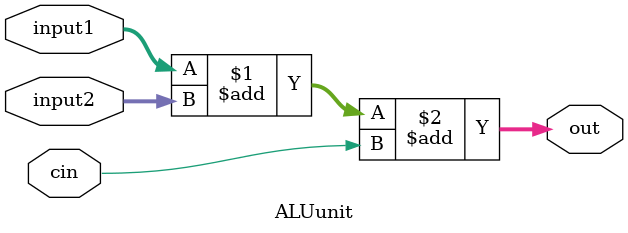
<source format=v>
`timescale 1ns / 1ps
module mult8bit(
		FinalProduct, A, B, clk, check
    );
			input [7:0] A, B;
			input clk, check;
			
			reg [7:0] alpha, beta, M;
			reg beta_1;
				
			wire [7:0] sum, difference;
			
			output [15:0] FinalProduct;
			
			always @(posedge clk)
			begin
			 if (check) begin
				 alpha <= 8'b0;
				 M <= A;
				 beta <= B;
				 beta_1 <= 1'b0;
				 end
			 else begin
				 case ({beta[0], beta_1})
						2'b0_1 : {alpha, beta, beta_1} <= {sum[7], sum, beta};
						2'b1_0 : {alpha, beta, beta_1} <= {difference[7], difference, beta};
					default: {alpha, beta, beta_1} <= {alpha[7], alpha, beta};
				 endcase
				end
			end
			ALUunit adder (sum, alpha, M, 1'b0);
			ALUunit subtracter (difference, alpha, ~M, 1'b1);
			assign FinalProduct = {alpha, beta};

endmodule

		module ALUunit(out, input1, input2, cin);
	
				input [7:0] input1;
				input [7:0] input2;
				input cin;
	
				output [7:0] out;
				
				assign out = input1 + input2 + cin;
		endmodule

</source>
